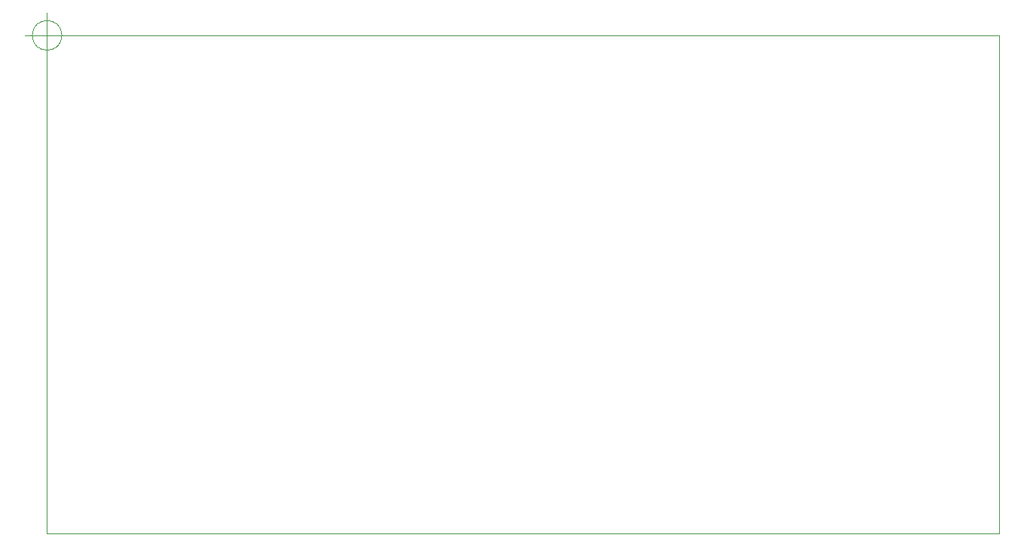
<source format=gbr>
%TF.GenerationSoftware,KiCad,Pcbnew,(6.0.7)*%
%TF.CreationDate,2022-10-25T14:44:23+02:00*%
%TF.ProjectId,Affichage_Temp_Humidite,41666669-6368-4616-9765-5f54656d705f,rev?*%
%TF.SameCoordinates,PX4692680PY2625a00*%
%TF.FileFunction,Profile,NP*%
%FSLAX46Y46*%
G04 Gerber Fmt 4.6, Leading zero omitted, Abs format (unit mm)*
G04 Created by KiCad (PCBNEW (6.0.7)) date 2022-10-25 14:44:23*
%MOMM*%
%LPD*%
G01*
G04 APERTURE LIST*
%TA.AperFunction,Profile*%
%ADD10C,0.050000*%
%TD*%
%TA.AperFunction,Profile*%
%ADD11C,0.100000*%
%TD*%
G04 APERTURE END LIST*
D10*
X0Y0D02*
X107000000Y0D01*
X0Y0D02*
X0Y-56000000D01*
X0Y-56000000D02*
X107000000Y-56000000D01*
X107000000Y0D02*
X107000000Y-56000000D01*
D11*
X1666666Y0D02*
G75*
G03*
X1666666Y0I-1666666J0D01*
G01*
X-2500000Y0D02*
X2500000Y0D01*
X0Y2500000D02*
X0Y-2500000D01*
M02*

</source>
